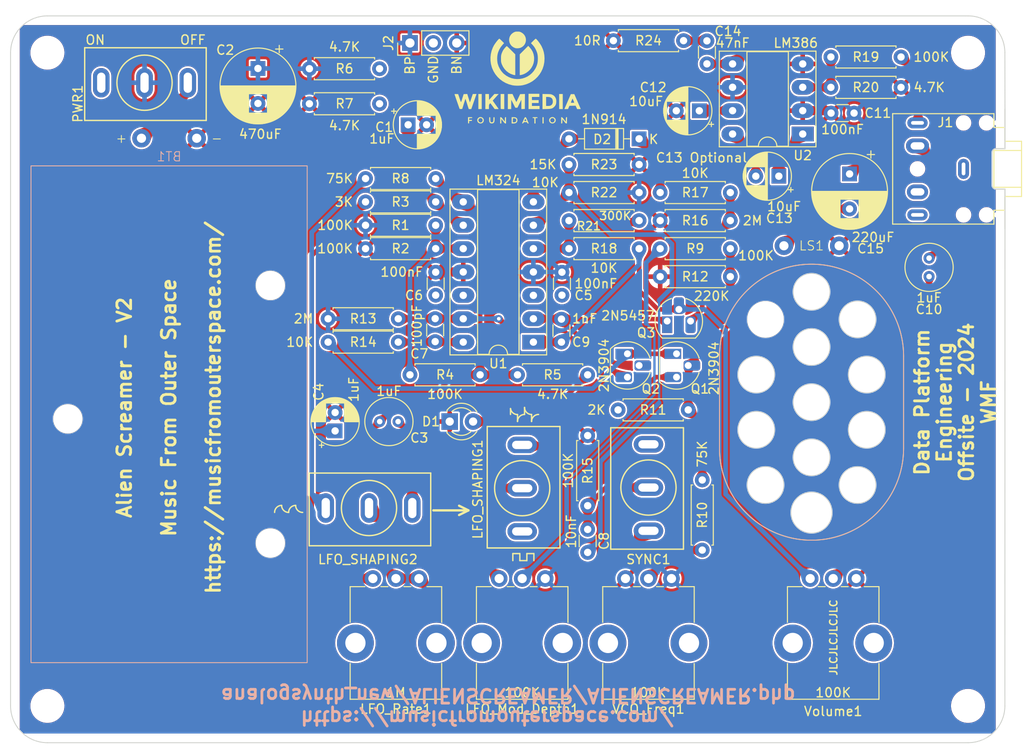
<source format=kicad_pcb>
(kicad_pcb (version 20221018) (generator pcbnew)
  (layers (0 "F.Cu" signal) (1 "In1.Cu" power) (2 "In2.Cu" power) (31 "B.Cu" signal) (34 "B.Paste" user) (35 "F.Paste" user) (36 "B.SilkS" user "B.Silkscreen") (37 "F.SilkS" user "F.Silkscreen") (38 "B.Mask" user) (39 "F.Mask" user) (44 "Edge.Cuts" user))
  (net 0 "")
  (net 1 "Net-(U1C--)")
  (net 2 "BN")
  (net 3 "BP")
  (net 4 "X3")
  (net 5 "Net-(LFO_SHAPING1-B)")
  (net 6 "X5")
  (net 7 "GND")
  (net 8 "Net-(Q1-C)")
  (net 9 "Net-(C7-Pad2)")
  (net 10 "Net-(SYNC1-B)")
  (net 11 "Net-(U1B--)")
  (net 12 "X13")
  (net 13 "Net-(Q2-C)")
  (net 14 "X14")
  (net 15 "Net-(U2-BYPASS)")
  (net 16 "Net-(C13-Pad1)")
  (net 17 "Net-(C13-Pad2)")
  (net 18 "Net-(C14-Pad1)")
  (net 19 "Net-(C14-Pad2)")
  (net 20 "X10")
  (net 21 "X7")
  (net 22 "Net-(D2-K)")
  (net 23 "Net-(D2-A)")
  (net 24 "Net-(LFO_SHAPING2-B)")
  (net 25 "X2")
  (net 26 "X1")
  (net 27 "Net-(Q1-E)")
  (net 28 "Net-(Q1-B)")
  (net 29 "Net-(Q3-G)")
  (net 30 "Net-(U1C-+)")
  (net 31 "X4")
  (net 32 "Net-(U2-+)")
  (net 33 "Net-(U1B-+)")
  (net 34 "B+")
  (net 35 "Net-(C10-Pad2)")
  (net 36 "Net-(J1-PadT)")
  (footprint "Capacitor_THT:C_Radial_D5.0mm_H5.0mm_P2.00mm" (layer "F.Cu") (at 175.768 101.33 90)
    (fp_text reference "C10")
    (fp_text value "1uF")
  )
  (footprint "Library:R_Axial_DIN0207_L6.3mm_D2.5mm_P7.62mm_Horizontal" (layer "F.Cu") (at 118.11 105.918 180)
    (fp_text reference "R13")
    (fp_text value "2M")
  )
  (footprint "MountingHole:MountingHole_3.2mm_M3" (layer "F.Cu") (at 180 77)
    (fp_text reference "H4" hide)
    (fp_text value "MountingHole")
  )
  (footprint "Library:R_Axial_DIN0207_L6.3mm_D2.5mm_P7.62mm_Horizontal" (layer "F.Cu") (at 122.174 93.218 180)
    (fp_text reference "R3")
    (fp_text value "3K")
  )
  (footprint "Capacitor_THT:C_Disc_D3.0mm_W1.6mm_P2.50mm" (layer "F.Cu") (at 122.1195 105.9035 -90)
    (fp_text reference "C7")
    (fp_text value "100pF")
  )
  (footprint "LED_THT:LED_D3.0mm" (layer "F.Cu") (at 123.698 117.094)
    (fp_text reference "D1")
    (fp_text value "LED")
  )
  (footprint "Capacitor_THT:C_Disc_D3.0mm_W1.6mm_P2.50mm" (layer "F.Cu") (at 138.684 128.818 -90)
    (fp_text reference "C8")
    (fp_text value "10nF")
  )
  (footprint "Library:R_Axial_DIN0207_L6.3mm_D2.5mm_P7.62mm_Horizontal" (layer "F.Cu") (at 146.558 92.202)
    (fp_text reference "R17")
    (fp_text value "10K")
  )
  (footprint "Library:R_Axial_DIN0207_L6.3mm_D2.5mm_P7.62mm_Horizontal" (layer "F.Cu") (at 138.684 118.618 -90)
    (fp_text reference "R15")
    (fp_text value "100K")
  )
  (footprint "Library:Potentiometer_Bourns_PTV09A-1_Single_Vertical" (layer "F.Cu") (at 165.354 141.158)
    (fp_text reference "Volume1")
    (fp_text value "100K")
  )
  (footprint "Capacitor_THT:CP_Radial_D8.0mm_P3.80mm" (layer "F.Cu") (at 167.132 90.18 -90)
    (fp_text reference "C15")
    (fp_text value "220uF")
  )
  (footprint "Library:Potentiometer_Bourns_PTV09A-1_Single_Vertical" (layer "F.Cu") (at 145.288 141.158)
    (fp_text reference "VCO_Freq1")
    (fp_text value "100K")
  )
  (footprint "Package_TO_SOT_THT:TO-92_HandSolder" (layer "F.Cu") (at 147.32 106.172)
    (fp_text reference "Q3")
    (fp_text value "2N5457")
  )
  (footprint "MountingHole:MountingHole_3.2mm_M3" (layer "F.Cu") (at 80 77)
    (fp_text reference "H1" hide)
    (fp_text value "MountingHole")
  )
  (footprint "Library:Battery holder 9v" (layer "F.Cu") (at 93.218 89.3)
    (fp_text reference "BT1")
    (fp_text value "9V Battery")
    (fp_circle (center -11 27.5) (end -9.4 27.5) (stroke (width 0.05)) (fill none) (layer "Edge.Cuts"))
    (fp_circle (center 11 13) (end 12.6 13) (stroke (width 0.05)) (fill none) (layer "Edge.Cuts"))
    (fp_circle (center 11 41) (end 12.6 41) (stroke (width 0.05)) (fill none) (layer "Edge.Cuts"))
  )
  (footprint "Capacitor_THT:CP_Radial_D5.0mm_P2.50mm" (layer "F.Cu") (at 159.4471 90.424 180)
    (fp_text reference "C13")
    (fp_text value "10uF")
  )
  (footprint "Library:R_Axial_DIN0207_L6.3mm_D2.5mm_P7.62mm_Horizontal" (layer "F.Cu") (at 154.178 101.346 180)
    (fp_text reference "R12")
    (fp_text value "220K")
  )
  (footprint "Library:Speaker 2030" (layer "F.Cu") (at 163 109.9875)
    (fp_text reference "LS1")
    (fp_text value "Speaker")
    (fp_circle (center -6 2) (end -4 2) (stroke (width 0.1)) (fill none) (layer "Edge.Cuts"))
    (fp_circle (center -6 8) (end -4 8) (stroke (width 0.1)) (fill none) (layer "Edge.Cuts"))
    (fp_circle (center -5 -4) (end -3 -4) (stroke (width 0.05)) (fill none) (layer "Edge.Cuts"))
    (fp_circle (center -5 14) (end -3 14) (stroke (width 0.1)) (fill none) (layer "Edge.Cuts"))
    (fp_circle (center 0 -7) (end 2 -7) (stroke (width 0.1)) (fill none) (layer "Edge.Cuts"))
    (fp_circle (center 0 -1) (end 2 -1) (stroke (width 0.1)) (fill none) (layer "Edge.Cuts"))
    (fp_circle (center 0 5) (end 2 5) (stroke (width 0.1)) (fill none) (layer "Edge.Cuts"))
    (fp_circle (center 0 11) (end 2 11) (stroke (width 0.1)) (fill none) (layer "Edge.Cuts"))
    (fp_circle (center 0 17) (end 2.236068 17) (stroke (width 0.1)) (fill none) (layer "Edge.Cuts"))
    (fp_circle (center 5 -4) (end 7 -4) (stroke (width 0.1)) (fill none) (layer "Edge.Cuts"))
    (fp_circle (center 5 14) (end 7 14) (stroke (width 0.1)) (fill none) (layer "Edge.Cuts"))
    (fp_circle (center 6 2) (end 8 2) (stroke (width 0.1)) (fill none) (layer "Edge.Cuts"))
    (fp_circle (center 6 8) (end 8 8) (stroke (width 0.1)) (fill none) (layer "Edge.Cuts"))
  )
  (footprint "Package_TO_SOT_THT:TO-92_HandSolder" (layer "F.Cu") (at 148.336 109.728 -90)
    (fp_text reference "Q1")
    (fp_text value "2N3904")
  )
  (footprint "Capacitor_THT:CP_Radial_D5.0mm_P2.50mm" (layer "F.Cu") (at 150.8111 83.312 180)
    (fp_text reference "C12")
    (fp_text value "10uF")
  )
  (footprint "Capacitor_THT:C_Disc_D3.0mm_W1.6mm_P2.50mm" (layer "F.Cu") (at 165.12 83.566)
    (fp_text reference "C11")
    (fp_text value "100nF")
  )
  (footprint "Library:R_Axial_DIN0207_L6.3mm_D2.5mm_P7.62mm_Horizontal" (layer "F.Cu") (at 136.652 98.298)
    (fp_text reference "R18")
    (fp_text value "10K")
  )
  (footprint "Library:R_Axial_DIN0207_L6.3mm_D2.5mm_P7.62mm_Horizontal" (layer "F.Cu") (at 114.554 90.678)
    (fp_text reference "R8")
    (fp_text value "75K")
  )
  (footprint "Capacitor_THT:CP_Radial_D5.0mm_P2.00mm" (layer "F.Cu") (at 111.252 118.11 90)
    (fp_text reference "C4")
    (fp_text value "1uF")
  )
  (footprint "Capacitor_THT:C_Disc_D3.0mm_W1.6mm_P2.50mm" (layer "F.Cu") (at 135.8355 105.958 -90)
    (fp_text reference "C9")
    (fp_text value "1nF")
  )
  (footprint "Package_DIP:DIP-8_W7.62mm_Socket_LongPads" (layer "F.Cu") (at 162.042 85.842 180)
    (fp_text reference "U2")
    (fp_text value "LM386")
  )
  (footprint "Capacitor_THT:CP_Radial_D5.0mm_P2.00mm" (layer "F.Cu") (at 119.1869 84.836)
    (fp_text reference "C1")
    (fp_text value "1uF")
  )
  (footprint "benjiaomodular:ToggleSwitch_MTS-102_SPDT" (layer "F.Cu") (at 131.573 124.334)
    (fp_text reference "LFO_SHAPING1")
    (fp_text value "SW_SPDT" hide)
  )
  (footprint "Library:R_Axial_DIN0207_L6.3mm_D2.5mm_P7.62mm_Horizontal" (layer "F.Cu") (at 116.078 78.74 180)
    (fp_text reference "R6")
    (fp_text value "4.7K")
  )
  (footprint "Capacitor_THT:CP_Radial_D8.0mm_P3.80mm" (layer "F.Cu") (at 102.87 78.7153 -90)
    (fp_text reference "C2")
    (fp_text value "470uF")
  )
  (footprint "Library:R_Axial_DIN0207_L6.3mm_D2.5mm_P7.62mm_Horizontal" (layer "F.Cu") (at 154.178 98.298 180)
    (fp_text reference "R9")
    (fp_text value "100K")
  )
  (footprint "Library:R_Axial_DIN0207_L6.3mm_D2.5mm_P7.62mm_Horizontal" (layer "F.Cu") (at 151.13 123.444 -90)
    (fp_text reference "R10")
    (fp_text value "75K")
  )
  (footprint "benjiaomodular:ToggleSwitch_MTS-102_SPDT" (layer "F.Cu") (at 114.934 126.492 -90)
    (fp_text reference "LFO_SHAPING2")
    (fp_text value "SW_SPDT" hide)
  )
  (footprint "Library:R_Axial_DIN0207_L6.3mm_D2.5mm_P7.62mm_Horizontal" (layer "F.Cu") (at 165.1 77.47)
    (fp_text reference "R19")
    (fp_text value "100K")
  )
  (footprint "Library:R_Axial_DIN0207_L6.3mm_D2.5mm_P7.62mm_Horizontal" (layer "F.Cu") (at 144.272 89.154 180)
    (fp_text reference "R23")
    (fp_text value "15K")
  )
  (footprint "Library:R_Axial_DIN0207_L6.3mm_D2.5mm_P7.62mm_Horizontal" (layer "F.Cu") (at 146.558 95.25)
    (fp_text reference "R16")
    (fp_text value "2M")
  )
  (footprint "Library:R_Axial_DIN0207_L6.3mm_D2.5mm_P7.62mm_Horizontal" (layer "F.Cu") (at 122.174 95.758 180)
    (fp_text reference "R1")
    (fp_text value "100K")
  )
  (footprint "Library:R_Axial_DIN0207_L6.3mm_D2.5mm_P7.62mm_Horizontal" (layer "F.Cu") (at 172.72 80.772 180)
    (fp_text reference "R20")
    (fp_text value "4.7K")
  )
  (footprint "Capacitor_THT:C_Disc_D3.0mm_W1.6mm_P2.50mm" (layer "F.Cu") (at 151.638 75.712 -90)
    (fp_text reference "C14")
    (fp_text value "47nF")
  )
  (footprint "Library:Potentiometer_Bourns_PTV09A-1_Single_Vertical" (layer "F.Cu") (at 117.856 141.158)
    (fp_text reference "LFO_Rate1")
    (fp_text value "1M")
  )
  (footprint "MountingHole:MountingHole_3.2mm_M3" (layer "F.Cu") (at 180 148)
    (fp_text reference "H3" hide)
    (fp_text value "MountingHole")
  )
  (footprint "Package_DIP:DIP-14_W7.62mm_Socket_LongPads" (layer "F.Cu") (at 132.7875 108.458 180)
    (fp_text reference "U1")
    (fp_text value "LM324")
  )
  (footprint "Library:R_Axial_DIN0207_L6.3mm_D2.5mm_P7.62mm_Horizontal" (layer "F.Cu") (at 149.606 115.824 180)
    (fp_text reference "R11")
    (fp_text value "2K")
  )
  (footprint "Library:R_Axial_DIN0207_L6.3mm_D2.5mm_P7.62mm_Horizontal" (layer "F.Cu") (at 114.554 98.298)
    (fp_text reference "R2")
    (fp_text value "100K")
  )
  (footprint "Library:R_Axial_DIN0207_L6.3mm_D2.5mm_P7.62mm_Horizontal" (layer "F.Cu") (at 108.458 82.55)
    (fp_text reference "R7")
    (fp_text value "4.7K")
  )
  (footprint "Library:R_Axial_DIN0207_L6.3mm_D2.5mm_P7.62mm_Horizontal" (layer "F.Cu") (at 141.478 75.692)
    (fp_text reference "R24")
    (fp_text value "10R")
  )
  (footprint "Library:R_Axial_DIN0207_L6.3mm_D2.5mm_P7.62mm_Horizontal" (layer "F.Cu") (at 138.684 112.014 180)
    (fp_text reference "R5")
    (fp_text value "4.7K")
  )
  (footprint "Library:Potentiometer_Bourns_PTV09A-1_Single_Vertical" (layer "F.Cu") (at 131.572 141.158)
    (fp_text reference "LFO_Mod_Depth1")
    (fp_text value "100K")
  )
  (footprint "Library:R_Axial_DIN0207_L6.3mm_D2.5mm_P7.62mm_Horizontal" (layer "F.Cu") (at 110.49 108.458)
    (fp_text reference "R14")
    (fp_text value "10K")
  )
  (footprint "Package_TO_SOT_THT:TO-92_HandSolder" (layer "F.Cu") (at 143.002 109.728 -90)
    (fp_text reference "Q2")
    (fp_text value "2N3904")
  )
  (footprint "Capacitor_THT:C_Disc_D3.0mm_W1.6mm_P2.50mm" (layer "F.Cu") (at 122.174 103.358 90)
    (fp_text reference "C6")
    (fp_text value "100nF")
  )
  (footprint "Diode_THT:D_DO-35_SOD27_P7.62mm_Horizontal" (layer "F.Cu") (at 144.272 86.36 180)
    (fp_text reference "D2")
    (fp_text value "1N914")
  )
  (footprint "Capacitor_THT:C_Radial_D5.0mm_H5.0mm_P2.00mm" (layer "F.Cu") (at 116.094 117.094)
    (fp_text reference "C3")
    (fp_text value "1uF")
  )
  (footprint "Library:WMF_Logo" (layer "F.Cu") (at 131.064 79.756)
    (fp_text reference "G***" hide)
    (fp_text value "LOGO" hide)
  )
  (footprint "benjiaomodular:ToggleSwitch_MTS-102_SPDT" (layer "F.Cu") (at 90.55 80.264 -90)
    (fp_text reference "PWR1")
    (fp_text value "SW_SPDT" hide)
  )
  (footprint "Connector_Audio:Jack_3.5mm_CUI_SJ1-3525N_Horizontal" (layer "F.Cu") (at 179.51 89.63 90)
    (fp_text reference "J1")
    (fp_text value "AudioJack2")
    (fp_line (start -2.2 3.5) (end -2.2 4.5) (stroke (width 0.12)) (layer "Edge.Cuts"))
    (fp_line (start -2.2 4.5) (end -6.5 4.5) (stroke (width 0.12)) (layer "Edge.Cuts"))
    (fp_line (start 1.8 3.1) (end -1.8 3.1) (stroke (width 0.12)) (layer "Edge.Cuts"))
    (fp_line (start 2.2 3.5) (end 2.2 4.5) (stroke (width 0.12)) (layer "Edge.Cuts"))
    (fp_line (start 2.2 4.5) (end 6.5 4.5) (stroke (width 0.12)) (layer "Edge.Cuts"))
    (fp_arc (start -2.2 3.5) (mid -2.082842 3.217158) (end -1.8 3.1) (stroke (width 0.12)) (layer "Edge.Cuts"))
    (fp_arc (start 1.8 3.1) (mid 2.082843 3.217157) (end 2.2 3.5) (stroke (width 0.12)) (layer "Edge.Cuts"))
  )
  (footprint "MountingHole:MountingHole_3.2mm_M3" (layer "F.Cu") (at 80 148)
    (fp_text reference "H2" hide)
    (fp_text value "MountingHole")
  )
  (footprint "benjiaomodular:ToggleSwitch_MTS-102_SPDT" (layer "F.Cu") (at 145.288 124.266 180)
    (fp_text reference "SYNC1")
    (fp_text value "SW_SPDT" hide)
  )
  (footprint "Library:R_Axial_DIN0207_L6.3mm_D2.5mm_P7.62mm_Horizontal" (layer "F.Cu") (at 136.652 92.202)
    (fp_text reference "R22")
    (fp_text value "10K")
  )
  (footprint "Library:R_Axial_DIN0207_L6.3mm_D2.5mm_P7.62mm_Horizontal" (layer "F.Cu") (at 127 112.014 180)
    (fp_text reference "R4")
    (fp_text value "100K")
  )
  (footprint "Connector_PinHeader_2.54mm:PinHeader_1x03_P2.54mm_Vertical" (layer "F.Cu") (at 119.38 75.946 90)
    (fp_text reference "J2")
    (fp_text value "Conn_01x03")
  )
  (footprint "Capacitor_THT:C_Disc_D3.0mm_W1.6mm_P2.50mm" (layer "F.Cu") (at 135.89 100.858 -90)
    (fp_text reference "C5")
    (fp_text value "100nF")
  )
  (footprint "Library:R_Axial_DIN0207_L6.3mm_D2.5mm_P7.62mm_Horizontal" (layer "F.Cu") (at 144.272 95.25 180)
    (fp_text reference "R21")
    (fp_text value "300K")
  )
  (gr_line (start 130.556 131.445) (end 131.318 131.445) (stroke (width 0.15)) (layer "F.SilkS"))
  (gr_line (start 131.318 132.207) (end 132.08 132.207) (stroke (width 0.15)) (layer "F.SilkS"))
  (gr_line (start 130.556 132.207) (end 130.556 131.445) (stroke (width 0.15)) (layer "F.SilkS"))
  (gr_line (start 132.08 131.445) (end 132.842 131.445) (stroke (width 0.15)) (layer "F.SilkS"))
  (gr_line (start 131.318 131.445) (end 131.318 132.207) (stroke (width 0.15)) (layer "F.SilkS"))
  (gr_line (start 132.08 132.207) (end 132.08 131.445) (stroke (width 0.15)) (layer "F.SilkS"))
  (gr_line (start 125.73 126.746) (end 124.714 126.238) (stroke (width 0.25)) (layer "F.SilkS"))
  (gr_line (start 132.842 131.445) (end 132.842 132.207) (stroke (width 0.15)) (layer "F.SilkS"))
  (gr_line (start 131.826 116.32149) (end 131.826 115.55949) (stroke (width 0.15)) (layer "F.SilkS"))
  (gr_arc (start 132.588 116.32149) (mid 132.049185 116.098305) (end 131.826 115.55949) (stroke (width 0.15)) (layer "F.SilkS"))
  (gr_arc (start 107.726815 126.969185) (mid 107.188 126.746) (end 106.964815 126.207185) (stroke (width 0.15)) (layer "F.SilkS"))
  (gr_arc (start 106.202815 126.969185) (mid 106.426 126.43037) (end 106.964815 126.207185) (stroke (width 0.15)) (layer "F.SilkS"))
  (gr_line (start 121.92 126.746) (end 125.73 126.746) (stroke (width 0.25)) (layer "F.SilkS"))
  (gr_arc (start 131.064 116.332) (mid 130.564669 116.148931) (end 130.302001 115.68649) (stroke (width 0.15)) (layer "F.SilkS"))
  (gr_line (start 130.302 116.32149) (end 130.302 115.68649) (stroke (width 0.15)) (layer "F.SilkS"))
  (gr_line (start 124.714 127.254) (end 125.73 126.746) (stroke (width 0.25)) (layer "F.SilkS"))
  (gr_arc (start 106.202815 126.969185) (mid 105.664 126.746) (end 105.440815 126.207185) (stroke (width 0.15)) (layer "F.SilkS"))
  (gr_arc (start 132.588 117.08349) (mid 132.811185 116.544675) (end 133.35 116.32149) (stroke (width 0.15)) (layer "F.SilkS"))
  (gr_arc (start 131.064 117.08349) (mid 131.287185 116.544675) (end 131.826 116.32149) (stroke (width 0.15)) (layer "F.SilkS"))
  (gr_arc (start 104.678815 126.969185) (mid 104.902 126.43037) (end 105.440815 126.207185) (stroke (width 0.15)) (layer "F.SilkS"))
  (gr_line (start 131.064 116.332) (end 131.064 117.08349) (stroke (width 0.15)) (layer "F.SilkS"))
  (gr_line (start 132.588 116.32149) (end 132.588 117.08349) (stroke (width 0.15)) (layer "F.SilkS"))
  (gr_line (start 80 73) (end 180 73) (stroke (width 0.1)) (layer "Edge.Cuts"))
  (gr_line (start 184.01 96.13) (end 184 148) (stroke (width 0.1)) (layer "Edge.Cuts"))
  (gr_arc (start 184 148) (mid 182.828427 150.828427) (end 180 152) (stroke (width 0.1)) (layer "Edge.Cuts"))
  (gr_arc (start 80 152) (mid 77.171573 150.828427) (end 76 148) (stroke (width 0.1)) (layer "Edge.Cuts"))
  (gr_line (start 76 148) (end 76 77) (stroke (width 0.1)) (layer "Edge.Cuts"))
  (gr_arc (start 76 77) (mid 77.171573 74.171573) (end 80 73) (stroke (width 0.1)) (layer "Edge.Cuts"))
  (gr_line (start 180 152) (end 80 152) (stroke (width 0.1)) (layer "Edge.Cuts"))
  (gr_arc (start 180 73) (mid 182.828427 74.171573) (end 184 77) (stroke (width 0.1)) (layer "Edge.Cuts"))
  (gr_line (start 184 77) (end 184.01 83.13) (stroke (width 0.1)) (layer "Edge.Cuts"))
  (gr_text "https://musicfromouterspace.com/\n    analogsynth_new/ALIENSCREAMER/ALIENSCREAMER.php" (at 127.762 148.082 180) (layer "B.SilkS") (effects (font (size 1.5 1.5) (thickness 0.3) bold) (justify mirror)))
  (gr_text "C13 Optional" (at 146 89) (layer "F.SilkS") (effects (font (size 1 1)) (justify left bottom)))
  (gr_text "GND" (at 121.92 77.216 90) (layer "F.SilkS") (effects (font (size 1 1)) (justify right)))
  (gr_text "OFF" (at 97.282 76.2) (layer "F.SilkS") (effects (font (size 1 1)) (justify right bottom)))
  (gr_text "JLCJLCJLCJLC" (at 165.862 144.78 90) (layer "F.SilkS") (effects (font (size 0.8 0.8)) (justify left bottom)))
  (gr_text "BP" (at 119.38 77.276 90) (layer "F.SilkS") (effects (font (size 1 1)) (justify right)))
  (gr_text "ON" (at 84.05 76.2) (layer "F.SilkS") (effects (font (size 1 1)) (justify left bottom)))
  (gr_text "BN" (at 124.46 77.216 90) (layer "F.SilkS") (effects (font (size 1 1)) (justify right)))
  (gr_text_box "Data Platform Engineering\nOffsite - 2024\nWMF" (start 173 125.0205) (end 183.16 104.9545) (angle 90) (layer "F.SilkS") (effects (font (size 1.5 1.5) (thickness 0.3) bold) (justify top)))
  (gr_text_box "Alien Screamer - V2\n\nMusic From Outer Space\n\nhttps://musicfromouterspace.com/" (start 86.36 139.065) (end 94.742 92.075) (angle 90) (layer "F.SilkS") (effects (font (size 1.5 1.5) (thickness 0.3) bold) (justify top)))
  (segment (start 119.1869 90.2309) (end 119.1869 84.836) (width 0.5) (layer "F.Cu") (net 1))
  (segment (start 122.174 93.218) (end 119.1869 90.2309) (width 0.5) (layer "F.Cu") (net 1))
  (segment (start 124.714 95.758) (end 122.174 93.218) (width 0.5) (layer "F.Cu") (net 1))
  (segment (start 125.1675 100.838) (end 122.194 100.838) (width 1) (layer "F.Cu") (net 2))
  (segment (start 162.042 83.302) (end 164.856 83.302) (width 1) (layer "F.Cu") (net 2))
  (segment (start 132.788 100.838) (end 135.87 100.838) (width 0.5) (layer "B.Cu") (net 3))
  (segment (start 113.584 119.604) (end 116.094 117.094) (width 0.5) (layer "F.Cu") (net 4))
  (segment (start 127 112.014) (end 131.064 112.014) (width 0.5) (layer "F.Cu") (net 4))
  (segment (start 124.206 112.014) (end 127 112.014) (width 0.5) (layer "F.Cu") (net 4))
  (segment (start 113.584 129.886) (end 113.584 119.604) (width 0.5) (layer "F.Cu") (net 4))
  (segment (start 116.094 117.094) (end 118.634 114.554) (width 0.5) (layer "F.Cu") (net 4))
  (segment (start 125.168 93.218) (end 127 95.0505) (width 0.5) (layer "F.Cu") (net 4))
  (segment (start 127 95.0505) (end 127 112.014) (width 0.5) (layer "F.Cu") (net 4))
  (segment (start 120.356 134.158) (end 117.856 134.158) (width 0.5) (layer "F.Cu") (net 4))
  (segment (start 145.288 128.966) (end 140.904 133.35) (width 0.5) (layer "F.Cu") (net 4))
  (segment (start 124.714 93.218) (end 122.174 90.678) (width 0.5) (layer "F.Cu") (net 4))
  (segment (start 121.666 114.554) (end 124.206 112.014) (width 0.5) (layer "F.Cu") (net 4))
  (segment (start 118.634 114.554) (end 121.666 114.554) (width 0.5) (layer "F.Cu") (net 4))
  (segment (start 122.85 136.652) (end 134.874 136.652) (width 0.5) (layer "F.Cu") (net 4))
  (segment (start 134.874 136.652) (end 136.652 134.874) (width 0.5) (layer "F.Cu") (net 4))
  (segment (start 136.652 133.35) (end 136.652 119.868) (width 0.5) (layer "F.Cu") (net 4))
  (segment (start 131.064 119.125) (end 131.573 119.634) (width 0.5) (layer "F.Cu") (net 4))
  (segment (start 140.904 133.35) (end 136.652 133.35) (width 0.5) (layer "F.Cu") (net 4))
  (segment (start 131.807 119.868) (end 131.573 119.634) (width 0.5) (layer "F.Cu") (net 4))
  (segment (start 120.356 134.158) (end 122.85 136.652) (width 0.5) (layer "F.Cu") (net 4))
  (segment (start 136.652 119.868) (end 131.807 119.868) (width 0.5) (layer "F.Cu") (net 4))
  (segment (start 136.652 134.874) (end 136.652 133.35) (width 0.5) (layer "F.Cu") (net 4))
  (segment (start 117.856 134.158) (end 113.584 129.886) (width 0.5) (layer "F.Cu") (net 4))
  (segment (start 119.634 118.634) (end 119.634 124.206) (width 0.5) (layer "F.Cu") (net 5))
  (segment (start 118.094 117.094) (end 119.634 118.634) (width 0.5) (layer "F.Cu") (net 5))
  (segment (start 131.573 124.334) (end 119.762 124.334) (width 0.5) (layer "F.Cu") (net 5))
  (segment (start 119.634 124.206) (end 119.634 126.492) (width 0.5) (layer "F.Cu") (net 5))
  (segment (start 119.762 124.334) (end 119.634 124.206) (width 0.5) (layer "F.Cu") (net 5))
  (segment (start 108.712 118.11) (end 108.712 124.97) (width 0.5) (layer "B.Cu") (net 6))
  (segment (start 111.252 118.11) (end 108.712 118.11) (width 0.5) (layer "B.Cu") (net 6))
  (segment (start 114.554 90.678) (end 108.712 96.52) (width 0.5) (layer "B.Cu") (net 6))
  (segment (start 108.712 96.52) (end 108.712 118.11) (width 0.5) (layer "B.Cu") (net 6))
  (segment (start 108.712 124.97) (end 110.234 126.492) (width 0.5) (layer "B.Cu") (net 6))
  (segment (start 140.208 112.776) (end 140.208 111.770233) (width 0.5) (layer "F.Cu") (net 8))
  (segment (start 129.794 106.68) (end 129.032 105.918) (width 0.5) (layer "F.Cu") (net 8))
  (segment (start 144.526 113.792) (end 141.224 113.792) (width 0.5) (layer "F.Cu") (net 8))
  (segment (start 122.1195 105.9035) (end 118.1245 105.9035) (width 0.5) (layer "F.Cu") (net 8))
  (segment (start 138.673767 110.236) (end 130.81 110.236) (width 0.5) (layer "F.Cu") (net 8))
  (segment (start 141.224 113.792) (end 140.208 112.776) (width 0.5) (layer "F.Cu") (net 8))
  (segment (start 148.336 112.268) (end 146.05 112.268) (width 0.5) (layer "F.Cu") (net 8))
  (segment (start 125.1675 105.918) (end 122.134 105.918) (width 0.5) (layer "F.Cu") (net 8))
  (segment (start 129.794 109.22) (end 129.794 106.68) (width 0.5) (layer "F.Cu") (net 8))
  (segment (start 130.81 110.236) (end 129.794 109.22) (width 0.5) (layer "F.Cu") (net 8))
  (segment (start 140.208 111.770233) (end 138.673767 110.236) (width 0.5) (layer "F.Cu") (net 8))
  (segment (start 146.05 112.268) (end 144.526 113.792) (width 0.5) (layer "F.Cu") (net 8))
  (via (at 129.032 105.918) (size 0.8) (drill 0.4) (layers "F.Cu" "B.Cu") (net 8))
  (segment (start 129.032 105.918) (end 125.1675 105.918) (width 0.5) (layer "B.Cu") (net 8))
  (segment (start 118.11 108.458) (end 122.174 108.458) (width 0.5) (layer "F.Cu") (net 9))
  (segment (start 125.1675 108.458) (end 122.174 108.458) (width 0.5) (layer "F.Cu") (net 9))
  (segment (start 145.288 124.266) (end 140.656 124.266) (width 0.5) (layer "F.Cu") (net 10))
  (segment (start 138.684 128.818) (end 138.684 126.238) (width 0.5) (layer "F.Cu") (net 10))
  (segment (start 140.656 124.266) (end 138.684 126.238) (width 0.5) (layer "F.Cu") (net 10))
  (segment (start 136.652 92.202) (end 133.096 95.758) (width 0.5) (layer "F.Cu") (net 11))
  (segment (start 136.652 89.154) (end 136.652 92.202) (width 0.5) (layer "F.Cu") (net 11))
  (segment (start 146.801767 96.774) (end 147.828 97.800233) (width 0.5) (layer "B.Cu") (net 11))
  (segment (start 136.652 92.202) (end 141.224 96.774) (width 0.5) (layer "B.Cu") (net 11))
  (segment (start 147.828 102.5256) (end 146.4431 103.9105) (width 0.5) (layer "B.Cu") (net 11))
  (segment (start 141.224 96.774) (end 146.801767 96.774) (width 0.5) (layer "B.Cu") (net 11))
  (segment (start 147.828 97.800233) (end 147.828 102.5256) (width 0.5) (layer "B.Cu") (net 11))
  (segment (start 140.0586 121.4415) (end 140.0586 129.9434) (width 0.5) (layer "B.Cu") (net 11))
  (segment (start 146.4431 103.9105) (end 146.4431 115.057) (width 0.25) (layer "B.Cu") (net 11))
  (segment (start 146.4431 115.057) (end 140.0586 121.4415) (width 0.5) (layer "B.Cu") (net 11))
  (segment (start 140.0586 129.9434) (end 138.684 131.318) (width 0.5) (layer "B.Cu") (net 11))
  (segment (start 175.768 101.33) (end 175.768 126.746) (width 0.5) (layer "F.Cu") (net 12))
  (segment (start 175.768 126.746) (end 170.942 131.572) (width 0.5) (layer "F.Cu") (net 12))
  (segment (start 167.94 131.572) (end 165.354 134.158) (width 0.5) (layer "F.Cu") (net 12))
  (segment (start 170.942 131.572) (end 167.94 131.572) (width 0.5) (layer "F.Cu") (net 12))
  (segment (start 132.788 105.918) (end 135.796 105.918) (width 0.5) (layer "F.Cu") (net 13))
  (segment (start 142.146 112.268) (end 135.836 105.958) (width 0.5) (layer "F.Cu") (net 13))
  (segment (start 135.836 105.958) (end 147.106 105.958) (width 0.5) (layer "F.Cu") (net 13))
  (segment (start 132.788 108.458) (end 135.8355 108.458) (width 0.5) (layer "F.Cu") (net 14))
  (segment (start 146.304 104.902) (end 148.59 104.902) (width 0.5) (layer "F.Cu") (net 14))
  (segment (start 144.272 98.298) (end 144.272 102.87) (width 0.5) (layer "F.Cu") (net 14))
  (segment (start 144.272 102.87) (end 146.304 104.902) (width 0.5) (layer "F.Cu") (net 14))
  (segment (start 151.384 104.902) (end 153.67 107.188) (width 0.5) (layer "B.Cu") (net 14))
  (segment (start 153.67 124.974) (end 162.854 134.158) (width 0.5) (layer "B.Cu") (net 14))
  (segment (start 135.8355 108.458) (end 144.272 100.0215) (width 0.5) (layer "B.Cu") (net 14))
  (segment (start 153.67 107.188) (end 153.67 124.974) (width 0.5) (layer "B.Cu") (net 14))
  (segment (start 148.59 104.902) (end 151.384 104.902) (width 0.5) (layer "B.Cu") (net 14))
  (segment (start 144.272 100.0215) (end 144.272 98.298) (width 0.5) (layer "B.Cu") (net 14))
  (segment (start 154.422 83.302) (end 150.821 83.302) (width 0.5) (layer "F.Cu") (net 15))
  (segment (start 159.447 89.4304) (end 159.447 88.4369) (width 0.5) (layer "F.Cu") (net 16))
  (segment (start 159.447 89.4304) (end 159.4471 89.4305) (width 0.25) (layer "F.Cu") (net 16))
  (segment (start 159.447 88.4369) (end 162.042 85.842) (width 0.5) (layer "F.Cu") (net 16))
  (segment (start 159.4471 89.4305) (end 159.4471 90.424) (width 0.25) (layer "F.Cu") (net 16))
  (segment (start 159.447 90.424) (end 159.447 89.4304) (width 0.25) (layer "F.Cu") (net 16))
  (segment (start 156.947 89.3955) (end 156.947 88.3671) (width 0.5) (layer "F.Cu") (net 17))
  (segment (start 156.9471 89.3956) (end 156.9471 90.424) (width 0.25) (layer "F.Cu") (net 17))
  (segment (start 156.947 88.3671) (end 154.422 85.842) (width 0.5) (layer "F.Cu") (net 17))
  (segment (start 156.947 89.3955) (end 156.9471 89.3956) (width 0.25) (layer "F.Cu") (net 17))
  (segment (start 156.947 90.424) (end 156.947 89.3955) (width 0.25) (layer "F.Cu") (net 17))
  (segment (start 151.638 75.712) (end 149.118 75.712) (width 0.5) (layer "F.Cu") (net 18))
  (segment (start 165.862 75.438) (end 169.672 79.248) (width 0.5) (layer "F.Cu") (net 19))
  (segment (start 169.672 79.248) (end 169.672 87.64) (width 0.5) (layer "F.Cu") (net 19))
  (segment (start 154.422 78.222) (end 151.648 78.222) (width 0.5) (layer "F.Cu") (net 19))
  (segment (start 169.672 87.64) (end 167.132 90.18) (width 0.5) (layer "F.Cu") (net 19))
  (segment (start 154.422 78.222) (end 157.206 75.438) (width 0.5) (layer "F.Cu") (net 19))
  (segment (start 157.206 75.438) (end 165.862 75.438) (width 0.5) (layer "F.Cu") (net 19))
  (segment (start 164.008 93.98) (end 160 97.9875) (width 0.5) (layer "F.Cu") (net 20))
  (segment (start 167.132 93.98) (end 164.008 93.98) (width 0.5) (layer "F.Cu") (net 20))
  (segment (start 133.604 117.094) (end 138.684 112.014) (width 0.5) (layer "F.Cu") (net 21))
  (segment (start 126.238 117.094) (end 133.604 117.094) (width 0.5) (layer "F.Cu") (net 21))
  (segment (start 144.272 86.36) (end 146.558 88.646) (width 0.5) (layer "F.Cu") (net 22))
  (segment (start 146.558 88.646) (end 146.558 92.202) (width 0.5) (layer "F.Cu") (net 22))
  (segment (start 132.788 91.7212) (end 132.788 93.218) (width 0.25) (layer "F.Cu") (net 23))
  (segment (start 139.192 86.36) (end 136.652 86.36) (width 0.5) (layer "F.Cu") (net 23))
  (segment (start 136.652 86.36) (end 132.788 90.2245) (width 0.5) (layer "F.Cu") (net 23))
  (segment (start 142.748 95.25) (end 141.478 93.98) (width 0.5) (layer "F.Cu") (net 23))
  (segment (start 144.272 95.25) (end 142.748 95.25) (width 0.5) (layer "F.Cu") (net 23))
  (segment (start 132.788 90.2245) (end 132.788 91.7212) (width 0.5) (layer "F.Cu") (net 23))
  (segment (start 141.478 93.98) (end 141.478 88.646) (width 0.5) (layer "F.Cu") (net 23))
  (segment (start 141.478 88.646) (end 139.192 86.36) (width 0.5) (layer "F.Cu") (net 23))
  (segment (start 114.934 126.492) (end 117.728 129.286) (width 0.5) (layer "F.Cu") (net 24))
  (segment (start 117.728 129.286) (end 124.2 129.286) (width 0.5) (layer "F.Cu") (net 24))
  (segment (start 124.2 129.286) (end 129.072 134.158) (width 0.5) (layer "F.Cu") (net 24))
  (segment (start 145.9386 114.1574) (end 136.398 123.698) (width 0.25) (layer "B.Cu") (net 25))
  (segment (start 136.398 129.332) (end 131.572 134.158) (width 0.5) (layer "B.Cu") (net 25))
  (segment (start 136.398 123.698) (end 136.398 129.332) (width 0.5) (layer "B.Cu") (net 25))
  (segment (start 145.034 99.822) (end 145.034 106.426) (width 0.5) (layer "B.Cu") (net 25))
  (segment (start 145.9386 107.3306) (end 145.9386 114.1574) (width 0.25) (layer "B.Cu") (net 25))
  (segment (start 145.034 106.426) (end 145.9386 107.3306) (width 0.25) (layer "B.Cu") (net 25))
  (segment (start 146.558 98.298) (end 145.034 99.822) (width 0.5) (layer "B.Cu") (net 25))
  (segment (start 108.712 129.609188) (end 113.260812 134.158) (width 0.5) (layer "F.Cu") (net 26))
  (segment (start 108.712 99.06) (end 108.712 129.609188) (width 0.5) (layer "F.Cu") (net 26))
  (segment (start 113.260812 134.158) (end 115.356 134.158) (width 0.5) (layer "F.Cu") (net 26))
  (segment (start 114.554 93.218) (end 108.712 99.06) (width 0.5) (layer "F.Cu") (net 26))
  (segment (start 143.002 109.728) (end 148.336 109.728) (width 0.5) (layer "F.Cu") (net 27))
  (segment (start 139.2238 113.5062) (end 143.002 109.728) (width 0.5) (layer "B.Cu") (net 27))
  (segment (start 115.5382 113.5062) (end 139.2238 113.5062) (width 0.5) (layer "B.Cu") (net 27))
  (segment (start 110.49 108.458) (end 115.5382 113.5062) (width 0.5) (layer "B.Cu") (net 27))
  (segment (start 154.178 101.346) (end 154.178 106.426) (width 0.5) (layer "F.Cu") (net 28))
  (segment (start 149.606 115.824) (end 149.606 110.998) (width 0.5) (layer "F.Cu") (net 28))
  (segment (start 151.13 123.444) (end 151.13 117.348) (width 0.5) (layer "F.Cu") (net 28))
  (segment (start 154.178 106.426) (end 149.606 110.998) (width 0.5) (layer "F.Cu") (net 28))
  (segment (start 151.13 117.348) (end 149.606 115.824) (width 0.5) (layer "F.Cu") (net 28))
  (segment (start 154.178 98.298) (end 154.178 101.346) (width 0.5) (layer "F.Cu") (net 28))
  (segment (start 154.178 92.202) (end 154.178 95.25) (width 0.5) (layer "F.Cu") (net 29))
  (segment (start 151.13 98.298) (end 154.178 95.25) (width 0.5) (layer "F.Cu") (net 29))
  (segment (start 149.86 106.172) (end 151.13 104.902) (width 0.5) (layer "F.Cu") (net 29))
  (segment (start 151.13 104.902) (end 151.13 98.298) (width 0.5) (layer "F.Cu") (net 29))
  (segment (start 122.174 95.758) (end 122.174 98.298) (width 0.5) (layer "F.Cu") (net 30))
  (segment (start 125.1675 98.298) (end 122.174 98.298) (width 0.5) (layer "F.Cu") (net 30))
  (segment (start 119.38 112.014) (end 119.38 101.092) (width 0.5) (layer "B.Cu") (net 30))
  (segment (start 119.38 101.092) (end 122.174 98.298) (width 0.5) (layer "B.Cu") (net 30))
  (segment (start 148.382 131.064) (end 151.13 131.064) (width 0.5) (layer "F.Cu") (net 31))
  (segment (start 145.288 134.158) (end 148.382 131.064) (width 0.5) (layer "F.Cu") (net 31))
  (segment (start 165.1 80.772) (end 165.1 77.47) (width 0.5) (layer "F.Cu") (net 32))
  (segment (start 162.042 80.762) (end 165.09 80.762) (width 0.5) (layer "F.Cu") (net 32))
  (segment (start 136.652 95.25) (end 136.652 98.298) (width 0.5) (layer "F.Cu") (net 33))
  (segment (start 136.652 98.298) (end 132.788 98.298) (width 0.5) (layer "F.Cu") (net 33))
  (segment (start 95.25 81.268) (end 95.25 80.264) (width 1) (layer "F.Cu") (net 34))
  (segment (start 90.218 86.3) (end 95.25 81.268) (width 1) (layer "F.Cu") (net 34))
  (segment (start 177.038 98.06) (end 175.768 99.33) (width 0.5) (layer "F.Cu") (net 35))
  (segment (start 177.038 89.502) (end 177.038 98.06) (width 0.5) (layer "F.Cu") (net 35))
  (segment (start 174.618 87.082) (end 177.038 89.502) (width 0.5) (layer "F.Cu") (net 35))
  (segment (start 174.618 79.368) (end 174.618 84.582) (width 0.5) (layer "F.Cu") (net 36))
  (segment (start 172.72 77.47) (end 174.618 79.368) (width 0.5) (layer "F.Cu") (net 36))
  (zone (net 2) (net_name "BN") (layer "F.Cu") (priority 1) (connect_pads (clearance 0.2)) (min_thickness 0.2) (fill yes (thermal_gap 0.5) (thermal_bridge_width 0.5) (smoothing fillet) (radius 3))
    (polygon (pts (xy 77 74) (xy 77 151) (xy 183 151) (xy 183 74)))
  )
  (zone (net 3) (net_name "BP") (layer "B.Cu") (priority 2) (connect_pads (clearance 0.2)) (min_thickness 0.2) (fill yes (thermal_gap 0.5) (thermal_bridge_width 0.5) (smoothing fillet) (radius 3))
    (polygon (pts (xy 77 74) (xy 77 151) (xy 183 151) (xy 183 74)))
  )
)
</source>
